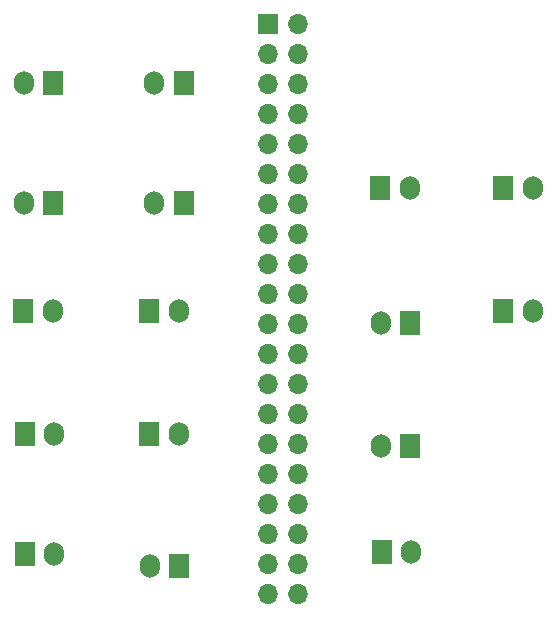
<source format=gbr>
G04 #@! TF.GenerationSoftware,KiCad,Pcbnew,(5.0.0-3-g5ebb6b6)*
G04 #@! TF.CreationDate,2018-08-23T00:05:31-04:00*
G04 #@! TF.ProjectId,Pyxel-Paradise,507978656C2D50617261646973652E6B,rev?*
G04 #@! TF.SameCoordinates,Original*
G04 #@! TF.FileFunction,Copper,L2,Bot,Signal*
G04 #@! TF.FilePolarity,Positive*
%FSLAX46Y46*%
G04 Gerber Fmt 4.6, Leading zero omitted, Abs format (unit mm)*
G04 Created by KiCad (PCBNEW (5.0.0-3-g5ebb6b6)) date Thursday, August 23, 2018 at 12:05:31 AM*
%MOMM*%
%LPD*%
G01*
G04 APERTURE LIST*
G04 #@! TA.AperFunction,ComponentPad*
%ADD10R,1.700000X2.000000*%
G04 #@! TD*
G04 #@! TA.AperFunction,ComponentPad*
%ADD11O,1.700000X2.000000*%
G04 #@! TD*
G04 #@! TA.AperFunction,ComponentPad*
%ADD12R,1.700000X1.700000*%
G04 #@! TD*
G04 #@! TA.AperFunction,ComponentPad*
%ADD13O,1.700000X1.700000*%
G04 #@! TD*
G04 APERTURE END LIST*
D10*
G04 #@! TO.P,J1,1*
G04 #@! TO.N,/North*
X168783000Y-110871000D03*
D11*
G04 #@! TO.P,J1,2*
G04 #@! TO.N,+3V3*
X171283000Y-110871000D03*
G04 #@! TD*
G04 #@! TO.P,J2,2*
G04 #@! TO.N,+3V3*
X138470000Y-71120000D03*
D10*
G04 #@! TO.P,J2,1*
G04 #@! TO.N,/NorthEast*
X140970000Y-71120000D03*
G04 #@! TD*
G04 #@! TO.P,J3,1*
G04 #@! TO.N,/East*
X140970000Y-81280000D03*
D11*
G04 #@! TO.P,J3,2*
G04 #@! TO.N,+3V3*
X138470000Y-81280000D03*
G04 #@! TD*
G04 #@! TO.P,J4,2*
G04 #@! TO.N,+3V3*
X171156000Y-80010000D03*
D10*
G04 #@! TO.P,J4,1*
G04 #@! TO.N,/SouthEast*
X168656000Y-80010000D03*
G04 #@! TD*
G04 #@! TO.P,J5,1*
G04 #@! TO.N,/South*
X179070000Y-80010000D03*
D11*
G04 #@! TO.P,J5,2*
G04 #@! TO.N,+3V3*
X181570000Y-80010000D03*
G04 #@! TD*
G04 #@! TO.P,J6,2*
G04 #@! TO.N,+3V3*
X181570000Y-90424000D03*
D10*
G04 #@! TO.P,J6,1*
G04 #@! TO.N,/SouthWest*
X179070000Y-90424000D03*
G04 #@! TD*
G04 #@! TO.P,J7,1*
G04 #@! TO.N,/West*
X151638000Y-112014000D03*
D11*
G04 #@! TO.P,J7,2*
G04 #@! TO.N,+3V3*
X149138000Y-112014000D03*
G04 #@! TD*
G04 #@! TO.P,J8,2*
G04 #@! TO.N,+3V3*
X149519000Y-81280000D03*
D10*
G04 #@! TO.P,J8,1*
G04 #@! TO.N,/NorthWest*
X152019000Y-81280000D03*
G04 #@! TD*
D12*
G04 #@! TO.P,J9,1*
G04 #@! TO.N,+3V3*
X159131000Y-66167000D03*
D13*
G04 #@! TO.P,J9,2*
G04 #@! TO.N,Net-(J9-Pad2)*
X161671000Y-66167000D03*
G04 #@! TO.P,J9,3*
G04 #@! TO.N,Net-(J9-Pad3)*
X159131000Y-68707000D03*
G04 #@! TO.P,J9,4*
G04 #@! TO.N,Net-(J9-Pad4)*
X161671000Y-68707000D03*
G04 #@! TO.P,J9,5*
G04 #@! TO.N,Net-(J9-Pad5)*
X159131000Y-71247000D03*
G04 #@! TO.P,J9,6*
G04 #@! TO.N,Net-(J9-Pad6)*
X161671000Y-71247000D03*
G04 #@! TO.P,J9,7*
G04 #@! TO.N,/Meta-Button-1*
X159131000Y-73787000D03*
G04 #@! TO.P,J9,8*
G04 #@! TO.N,Net-(J9-Pad8)*
X161671000Y-73787000D03*
G04 #@! TO.P,J9,9*
G04 #@! TO.N,Net-(J9-Pad9)*
X159131000Y-76327000D03*
G04 #@! TO.P,J9,10*
G04 #@! TO.N,Net-(J9-Pad10)*
X161671000Y-76327000D03*
G04 #@! TO.P,J9,11*
G04 #@! TO.N,/NorthEast*
X159131000Y-78867000D03*
G04 #@! TO.P,J9,12*
G04 #@! TO.N,Net-(J9-Pad12)*
X161671000Y-78867000D03*
G04 #@! TO.P,J9,13*
G04 #@! TO.N,/NorthWest*
X159131000Y-81407000D03*
G04 #@! TO.P,J9,14*
G04 #@! TO.N,Net-(J9-Pad14)*
X161671000Y-81407000D03*
G04 #@! TO.P,J9,15*
G04 #@! TO.N,/East*
X159131000Y-83947000D03*
G04 #@! TO.P,J9,16*
G04 #@! TO.N,/SouthEast*
X161671000Y-83947000D03*
G04 #@! TO.P,J9,17*
G04 #@! TO.N,Net-(J9-Pad17)*
X159131000Y-86487000D03*
G04 #@! TO.P,J9,18*
G04 #@! TO.N,/South*
X161671000Y-86487000D03*
G04 #@! TO.P,J9,19*
G04 #@! TO.N,/Action-Button-Down*
X159131000Y-89027000D03*
G04 #@! TO.P,J9,20*
G04 #@! TO.N,Net-(J9-Pad20)*
X161671000Y-89027000D03*
G04 #@! TO.P,J9,21*
G04 #@! TO.N,/Action-Button-Right*
X159131000Y-91567000D03*
G04 #@! TO.P,J9,22*
G04 #@! TO.N,/SouthWest*
X161671000Y-91567000D03*
G04 #@! TO.P,J9,23*
G04 #@! TO.N,/Action-Button-Left*
X159131000Y-94107000D03*
G04 #@! TO.P,J9,24*
G04 #@! TO.N,/Action-Button-Up*
X161671000Y-94107000D03*
G04 #@! TO.P,J9,25*
G04 #@! TO.N,Net-(J9-Pad25)*
X159131000Y-96647000D03*
G04 #@! TO.P,J9,26*
G04 #@! TO.N,/Meta-Button-4*
X161671000Y-96647000D03*
G04 #@! TO.P,J9,27*
G04 #@! TO.N,Net-(J9-Pad27)*
X159131000Y-99187000D03*
G04 #@! TO.P,J9,28*
G04 #@! TO.N,Net-(J9-Pad28)*
X161671000Y-99187000D03*
G04 #@! TO.P,J9,29*
G04 #@! TO.N,/Meta-Button-2*
X159131000Y-101727000D03*
G04 #@! TO.P,J9,30*
G04 #@! TO.N,Net-(J9-Pad30)*
X161671000Y-101727000D03*
G04 #@! TO.P,J9,31*
G04 #@! TO.N,/Meta-Button-3*
X159131000Y-104267000D03*
G04 #@! TO.P,J9,32*
G04 #@! TO.N,Net-(J9-Pad32)*
X161671000Y-104267000D03*
G04 #@! TO.P,J9,33*
G04 #@! TO.N,Net-(J9-Pad33)*
X159131000Y-106807000D03*
G04 #@! TO.P,J9,34*
G04 #@! TO.N,Net-(J9-Pad34)*
X161671000Y-106807000D03*
G04 #@! TO.P,J9,35*
G04 #@! TO.N,Net-(J9-Pad35)*
X159131000Y-109347000D03*
G04 #@! TO.P,J9,36*
G04 #@! TO.N,/North*
X161671000Y-109347000D03*
G04 #@! TO.P,J9,37*
G04 #@! TO.N,/West*
X159131000Y-111887000D03*
G04 #@! TO.P,J9,38*
G04 #@! TO.N,Net-(J9-Pad38)*
X161671000Y-111887000D03*
G04 #@! TO.P,J9,39*
G04 #@! TO.N,Net-(J9-Pad39)*
X159131000Y-114427000D03*
G04 #@! TO.P,J9,40*
G04 #@! TO.N,Net-(J9-Pad40)*
X161671000Y-114427000D03*
G04 #@! TD*
D10*
G04 #@! TO.P,J10,1*
G04 #@! TO.N,+3V3*
X171196000Y-91440000D03*
D11*
G04 #@! TO.P,J10,2*
G04 #@! TO.N,/Action-Button-Up*
X168696000Y-91440000D03*
G04 #@! TD*
G04 #@! TO.P,J11,2*
G04 #@! TO.N,/Action-Button-Right*
X151598000Y-90424000D03*
D10*
G04 #@! TO.P,J11,1*
G04 #@! TO.N,+3V3*
X149098000Y-90424000D03*
G04 #@! TD*
G04 #@! TO.P,J12,1*
G04 #@! TO.N,+3V3*
X138430000Y-90424000D03*
D11*
G04 #@! TO.P,J12,2*
G04 #@! TO.N,/Action-Button-Down*
X140930000Y-90424000D03*
G04 #@! TD*
G04 #@! TO.P,J13,2*
G04 #@! TO.N,/Action-Button-Left*
X141057000Y-100838000D03*
D10*
G04 #@! TO.P,J13,1*
G04 #@! TO.N,+3V3*
X138557000Y-100838000D03*
G04 #@! TD*
G04 #@! TO.P,J14,1*
G04 #@! TO.N,+3V3*
X152019000Y-71120000D03*
D11*
G04 #@! TO.P,J14,2*
G04 #@! TO.N,/Meta-Button-1*
X149519000Y-71120000D03*
G04 #@! TD*
G04 #@! TO.P,J15,2*
G04 #@! TO.N,/Meta-Button-2*
X151598000Y-100838000D03*
D10*
G04 #@! TO.P,J15,1*
G04 #@! TO.N,+3V3*
X149098000Y-100838000D03*
G04 #@! TD*
G04 #@! TO.P,J16,1*
G04 #@! TO.N,+3V3*
X138557000Y-110998000D03*
D11*
G04 #@! TO.P,J16,2*
G04 #@! TO.N,/Meta-Button-3*
X141057000Y-110998000D03*
G04 #@! TD*
G04 #@! TO.P,J17,2*
G04 #@! TO.N,/Meta-Button-4*
X168696000Y-101854000D03*
D10*
G04 #@! TO.P,J17,1*
G04 #@! TO.N,+3V3*
X171196000Y-101854000D03*
G04 #@! TD*
M02*

</source>
